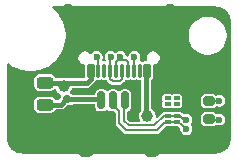
<source format=gtl>
%TF.GenerationSoftware,KiCad,Pcbnew,9.0.6*%
%TF.CreationDate,2026-01-06T07:35:49+09:00*%
%TF.ProjectId,muon,6d756f6e-2e6b-4696-9361-645f70636258,rev?*%
%TF.SameCoordinates,Original*%
%TF.FileFunction,Copper,L1,Top*%
%TF.FilePolarity,Positive*%
%FSLAX46Y46*%
G04 Gerber Fmt 4.6, Leading zero omitted, Abs format (unit mm)*
G04 Created by KiCad (PCBNEW 9.0.6) date 2026-01-06 07:35:49*
%MOMM*%
%LPD*%
G01*
G04 APERTURE LIST*
G04 Aperture macros list*
%AMRoundRect*
0 Rectangle with rounded corners*
0 $1 Rounding radius*
0 $2 $3 $4 $5 $6 $7 $8 $9 X,Y pos of 4 corners*
0 Add a 4 corners polygon primitive as box body*
4,1,4,$2,$3,$4,$5,$6,$7,$8,$9,$2,$3,0*
0 Add four circle primitives for the rounded corners*
1,1,$1+$1,$2,$3*
1,1,$1+$1,$4,$5*
1,1,$1+$1,$6,$7*
1,1,$1+$1,$8,$9*
0 Add four rect primitives between the rounded corners*
20,1,$1+$1,$2,$3,$4,$5,0*
20,1,$1+$1,$4,$5,$6,$7,0*
20,1,$1+$1,$6,$7,$8,$9,0*
20,1,$1+$1,$8,$9,$2,$3,0*%
G04 Aperture macros list end*
%TA.AperFunction,SMDPad,CuDef*%
%ADD10RoundRect,0.150000X-0.150000X-0.575000X0.150000X-0.575000X0.150000X0.575000X-0.150000X0.575000X0*%
%TD*%
%TA.AperFunction,SMDPad,CuDef*%
%ADD11RoundRect,0.250000X-0.350000X-0.650000X0.350000X-0.650000X0.350000X0.650000X-0.350000X0.650000X0*%
%TD*%
%TA.AperFunction,SMDPad,CuDef*%
%ADD12RoundRect,0.150000X0.200000X-0.150000X0.200000X0.150000X-0.200000X0.150000X-0.200000X-0.150000X0*%
%TD*%
%TA.AperFunction,SMDPad,CuDef*%
%ADD13RoundRect,0.200000X-0.275000X0.200000X-0.275000X-0.200000X0.275000X-0.200000X0.275000X0.200000X0*%
%TD*%
%TA.AperFunction,SMDPad,CuDef*%
%ADD14RoundRect,0.200000X0.275000X-0.200000X0.275000X0.200000X-0.275000X0.200000X-0.275000X-0.200000X0*%
%TD*%
%TA.AperFunction,SMDPad,CuDef*%
%ADD15RoundRect,0.243750X-0.456250X0.243750X-0.456250X-0.243750X0.456250X-0.243750X0.456250X0.243750X0*%
%TD*%
%TA.AperFunction,SMDPad,CuDef*%
%ADD16RoundRect,0.075000X0.200000X-0.075000X0.200000X0.075000X-0.200000X0.075000X-0.200000X-0.075000X0*%
%TD*%
%TA.AperFunction,SMDPad,CuDef*%
%ADD17RoundRect,0.050000X0.250000X0.525000X-0.250000X0.525000X-0.250000X-0.525000X0.250000X-0.525000X0*%
%TD*%
%TA.AperFunction,SMDPad,CuDef*%
%ADD18RoundRect,0.050000X0.100000X0.525000X-0.100000X0.525000X-0.100000X-0.525000X0.100000X-0.525000X0*%
%TD*%
%TA.AperFunction,ComponentPad*%
%ADD19O,1.000000X2.100000*%
%TD*%
%TA.AperFunction,ComponentPad*%
%ADD20O,1.000000X1.800000*%
%TD*%
%TA.AperFunction,ViaPad*%
%ADD21C,0.600000*%
%TD*%
%TA.AperFunction,ViaPad*%
%ADD22C,1.000000*%
%TD*%
%TA.AperFunction,Conductor*%
%ADD23C,0.200000*%
%TD*%
%TA.AperFunction,Conductor*%
%ADD24C,0.400000*%
%TD*%
G04 APERTURE END LIST*
D10*
%TO.P,J2,1,Pin_1*%
%TO.N,+5V*%
X72500000Y-58475000D03*
%TO.P,J2,2,Pin_2*%
%TO.N,D-*%
X73500000Y-58475000D03*
%TO.P,J2,3,Pin_3*%
%TO.N,D+*%
X74500000Y-58475000D03*
%TO.P,J2,4,Pin_4*%
%TO.N,GND*%
X75500000Y-58475000D03*
D11*
%TO.P,J2,MP,MountPin*%
X71200000Y-62300000D03*
X76800000Y-62300000D03*
%TD*%
D12*
%TO.P,D1,1,K*%
%TO.N,+5V*%
X69600000Y-58400000D03*
%TO.P,D1,2,A*%
%TO.N,GND*%
X69600000Y-59800000D03*
%TD*%
D13*
%TO.P,R2,2*%
%TO.N,GND*%
X81600000Y-61725000D03*
%TO.P,R2,1*%
%TO.N,CC1*%
X81600000Y-60075000D03*
%TD*%
D14*
%TO.P,R1,1*%
%TO.N,CC2*%
X81600000Y-58525000D03*
%TO.P,R1,2*%
%TO.N,GND*%
X81600000Y-56875000D03*
%TD*%
D15*
%TO.P,F1,1*%
%TO.N,VBUS*%
X67700000Y-56962500D03*
%TO.P,F1,2*%
%TO.N,+5V*%
X67700000Y-58837500D03*
%TD*%
D16*
%TO.P,U1,1,D1+*%
%TO.N,D-*%
X78885000Y-60300000D03*
%TO.P,U1,2,D1-*%
%TO.N,D+*%
X78885000Y-59800000D03*
%TO.P,U1,3,GND*%
%TO.N,GND*%
X78885000Y-59300000D03*
%TO.P,U1,4,D2+*%
%TO.N,unconnected-(U1-D2+-Pad4)*%
X78885000Y-58800000D03*
%TO.P,U1,5,D2-*%
%TO.N,unconnected-(U1-D2--Pad5)*%
X78885000Y-58300000D03*
%TO.P,U1,6,NC*%
%TO.N,unconnected-(U1-NC-Pad6)*%
X78115000Y-58300000D03*
%TO.P,U1,7,NC*%
%TO.N,unconnected-(U1-NC-Pad7)*%
X78115000Y-58800000D03*
%TO.P,U1,8,GND*%
%TO.N,GND*%
X78115000Y-59300000D03*
%TO.P,U1,9,NC*%
%TO.N,unconnected-(U1-NC-Pad9)*%
X78115000Y-59800000D03*
%TO.P,U1,10,NC*%
%TO.N,unconnected-(U1-NC-Pad10)*%
X78115000Y-60300000D03*
%TD*%
D17*
%TO.P,J1,A1,GND*%
%TO.N,GND*%
X77200000Y-55950000D03*
%TO.P,J1,A4,VBUS*%
%TO.N,VBUS*%
X76400000Y-55950000D03*
D18*
%TO.P,J1,A5,CC1*%
%TO.N,CC1*%
X75250000Y-55950000D03*
%TO.P,J1,A6,D+*%
%TO.N,D+*%
X74250000Y-55950000D03*
%TO.P,J1,A7,D-*%
%TO.N,D-*%
X73750000Y-55950000D03*
%TO.P,J1,A8,SBU1*%
%TO.N,unconnected-(J1-SBU1-PadA8)*%
X72750000Y-55950000D03*
D17*
%TO.P,J1,A9,VBUS*%
%TO.N,VBUS*%
X71600000Y-55950000D03*
%TO.P,J1,A12,GND*%
%TO.N,GND*%
X70800000Y-55950000D03*
D18*
%TO.P,J1,B5,CC2*%
%TO.N,CC2*%
X72250000Y-55950000D03*
%TO.P,J1,B6,D+*%
%TO.N,D+*%
X73250000Y-55950000D03*
%TO.P,J1,B7,D-*%
%TO.N,D-*%
X74750000Y-55950000D03*
%TO.P,J1,B8,SBU2*%
%TO.N,unconnected-(J1-SBU2-PadB8)*%
X75750000Y-55950000D03*
D19*
%TO.P,J1,S1,SHIELD*%
%TO.N,GND*%
X78320000Y-55380000D03*
D20*
X78320000Y-51200000D03*
D19*
X69680000Y-55380000D03*
D20*
X69680000Y-51200000D03*
%TD*%
D21*
%TO.N,GND*%
X73800000Y-62700000D03*
X68800000Y-59800000D03*
X70400000Y-59800000D03*
X80700000Y-58000000D03*
%TO.N,CC2*%
X82500000Y-58500000D03*
%TO.N,CC1*%
X82500000Y-60100000D03*
%TO.N,GND*%
X79600000Y-57500000D03*
X73700000Y-54100000D03*
X77000000Y-57500000D03*
%TO.N,D-*%
X79700000Y-60900000D03*
%TO.N,D+*%
X79700000Y-60100000D03*
%TO.N,GND*%
X73000000Y-57300000D03*
X70300000Y-57700000D03*
D22*
X75200000Y-59800000D03*
D21*
X77400000Y-59300000D03*
X79600000Y-59300000D03*
%TO.N,D-*%
X74100000Y-54800000D03*
%TO.N,CC2*%
X72100000Y-54800000D03*
D22*
%TO.N,VBUS*%
X69300000Y-57300000D03*
X76400000Y-59800000D03*
D21*
%TO.N,CC1*%
X75300000Y-54800000D03*
%TO.N,D+*%
X73300000Y-54800000D03*
%TD*%
D23*
%TO.N,CC2*%
X81600000Y-58525000D02*
X82475000Y-58525000D01*
X82475000Y-58525000D02*
X82500000Y-58500000D01*
%TO.N,CC1*%
X81625000Y-60100000D02*
X81600000Y-60075000D01*
X82500000Y-60100000D02*
X81625000Y-60100000D01*
D24*
%TO.N,VBUS*%
X76400000Y-59800000D02*
X76400000Y-59600000D01*
X76400000Y-59600000D02*
X76300000Y-59500000D01*
X76300000Y-56050000D02*
X76400000Y-55950000D01*
X76300000Y-59500000D02*
X76300000Y-56050000D01*
D23*
%TO.N,D-*%
X73500000Y-58475000D02*
X73500000Y-58900000D01*
X73500000Y-58900000D02*
X74000000Y-59400000D01*
X78885000Y-60300000D02*
X77900000Y-60300000D01*
X77900000Y-60300000D02*
X77200000Y-61000000D01*
X77200000Y-61000000D02*
X74600000Y-61000000D01*
X74600000Y-61000000D02*
X74000000Y-60400000D01*
X74000000Y-60400000D02*
X74000000Y-59400000D01*
%TO.N,D+*%
X78885000Y-59800000D02*
X77800000Y-59800000D01*
X77800000Y-59800000D02*
X77000000Y-60600000D01*
X77000000Y-60600000D02*
X74800000Y-60600000D01*
X74400000Y-58575000D02*
X74500000Y-58475000D01*
X74800000Y-60600000D02*
X74400000Y-60200000D01*
X74400000Y-60200000D02*
X74400000Y-58575000D01*
D24*
%TO.N,+5V*%
X67700000Y-58837500D02*
X69062500Y-58837500D01*
X69062500Y-58837500D02*
X69500000Y-58400000D01*
X72425000Y-58400000D02*
X72500000Y-58475000D01*
X69500000Y-58400000D02*
X72425000Y-58400000D01*
D23*
%TO.N,D-*%
X79600000Y-60900000D02*
X79700000Y-60900000D01*
X79300000Y-60600000D02*
X79600000Y-60900000D01*
X78885000Y-60300000D02*
X79000000Y-60300000D01*
X79000000Y-60300000D02*
X79300000Y-60600000D01*
%TO.N,D+*%
X78885000Y-59800000D02*
X79200000Y-59800000D01*
X79200000Y-59800000D02*
X79500000Y-60100000D01*
X79500000Y-60100000D02*
X79700000Y-60100000D01*
%TO.N,CC2*%
X72100000Y-54800000D02*
X72100000Y-54900000D01*
X72100000Y-54900000D02*
X72250000Y-55050000D01*
X72250000Y-55050000D02*
X72250000Y-55950000D01*
%TO.N,CC1*%
X75300000Y-54800000D02*
X75250000Y-54850000D01*
X75250000Y-54850000D02*
X75250000Y-55950000D01*
D24*
%TO.N,VBUS*%
X67700000Y-56962500D02*
X67737500Y-57000000D01*
X67737500Y-57000000D02*
X69000000Y-57000000D01*
X69000000Y-57000000D02*
X69300000Y-57300000D01*
X71600000Y-55950000D02*
X71600000Y-56700000D01*
X69600000Y-57000000D02*
X69300000Y-57300000D01*
X71600000Y-56700000D02*
X71300000Y-57000000D01*
X71300000Y-57000000D02*
X69600000Y-57000000D01*
D23*
%TO.N,GND*%
X77400000Y-59300000D02*
X78115000Y-59300000D01*
X78885000Y-59300000D02*
X79600000Y-59300000D01*
%TO.N,D-*%
X74100000Y-54800000D02*
X74100000Y-54900000D01*
X74100000Y-54900000D02*
X73950000Y-55050000D01*
X74750000Y-55950000D02*
X74750000Y-55250000D01*
X74550000Y-55050000D02*
X73950000Y-55050000D01*
X74750000Y-55250000D02*
X74550000Y-55050000D01*
X73950000Y-55050000D02*
X73750000Y-55250000D01*
X73750000Y-55250000D02*
X73750000Y-55950000D01*
%TO.N,D+*%
X73250000Y-55950000D02*
X73250000Y-56650000D01*
X73250000Y-56650000D02*
X73450000Y-56850000D01*
X73450000Y-56850000D02*
X74050000Y-56850000D01*
X74050000Y-56850000D02*
X74250000Y-56650000D01*
X74250000Y-56650000D02*
X74250000Y-55950000D01*
X73250000Y-54850000D02*
X73250000Y-55950000D01*
X73300000Y-54800000D02*
X73250000Y-54850000D01*
%TD*%
%TA.AperFunction,Conductor*%
%TO.N,GND*%
G36*
X75542610Y-56708773D02*
G01*
X75543248Y-56707233D01*
X75552255Y-56710962D01*
X75552260Y-56710966D01*
X75604684Y-56721394D01*
X75625315Y-56725498D01*
X75625320Y-56725498D01*
X75625326Y-56725500D01*
X75625327Y-56725500D01*
X75800500Y-56725500D01*
X75858691Y-56744407D01*
X75894655Y-56793907D01*
X75899500Y-56824500D01*
X75899500Y-59268836D01*
X75880593Y-59327027D01*
X75870504Y-59338840D01*
X75855889Y-59353454D01*
X75855885Y-59353458D01*
X75779228Y-59468182D01*
X75779222Y-59468193D01*
X75726420Y-59595670D01*
X75726420Y-59595672D01*
X75699500Y-59731004D01*
X75699500Y-59868995D01*
X75726420Y-60004327D01*
X75726420Y-60004329D01*
X75779222Y-60131806D01*
X75779229Y-60131819D01*
X75788369Y-60145497D01*
X75804979Y-60204385D01*
X75783803Y-60261789D01*
X75732930Y-60295783D01*
X75706055Y-60299500D01*
X74965479Y-60299500D01*
X74907288Y-60280593D01*
X74895475Y-60270504D01*
X74729496Y-60104525D01*
X74701719Y-60050008D01*
X74700500Y-60034521D01*
X74700500Y-59477252D01*
X74719407Y-59419061D01*
X74756020Y-59388311D01*
X74856483Y-59339198D01*
X74939198Y-59256483D01*
X74990573Y-59151393D01*
X75000500Y-59083260D01*
X75000500Y-57866740D01*
X74990573Y-57798607D01*
X74939198Y-57693517D01*
X74856483Y-57610802D01*
X74856481Y-57610801D01*
X74751395Y-57559427D01*
X74724139Y-57555456D01*
X74683260Y-57549500D01*
X74316740Y-57549500D01*
X74282673Y-57554463D01*
X74248604Y-57559427D01*
X74143518Y-57610801D01*
X74143517Y-57610801D01*
X74143517Y-57610802D01*
X74070001Y-57684317D01*
X74015487Y-57712093D01*
X73955055Y-57702522D01*
X73929999Y-57684318D01*
X73856483Y-57610802D01*
X73856481Y-57610801D01*
X73751395Y-57559427D01*
X73724139Y-57555456D01*
X73683260Y-57549500D01*
X73316740Y-57549500D01*
X73282673Y-57554463D01*
X73248604Y-57559427D01*
X73143518Y-57610801D01*
X73143517Y-57610801D01*
X73143517Y-57610802D01*
X73070001Y-57684317D01*
X73015487Y-57712093D01*
X72955055Y-57702522D01*
X72929999Y-57684318D01*
X72856483Y-57610802D01*
X72856481Y-57610801D01*
X72751395Y-57559427D01*
X72724139Y-57555456D01*
X72683260Y-57549500D01*
X72316740Y-57549500D01*
X72282673Y-57554463D01*
X72248604Y-57559427D01*
X72143518Y-57610801D01*
X72060801Y-57693518D01*
X72009427Y-57798604D01*
X71999500Y-57866743D01*
X71999500Y-57900500D01*
X71980593Y-57958691D01*
X71931093Y-57994655D01*
X71900500Y-57999500D01*
X70086188Y-57999500D01*
X70039919Y-57988022D01*
X70026731Y-57981050D01*
X70006483Y-57960802D01*
X69901393Y-57909427D01*
X69887390Y-57907386D01*
X69872292Y-57899405D01*
X69862297Y-57889105D01*
X69849428Y-57882747D01*
X69841522Y-57867694D01*
X69829684Y-57855494D01*
X69827652Y-57841284D01*
X69820979Y-57828578D01*
X69823430Y-57811755D01*
X69821024Y-57794924D01*
X69827732Y-57782234D01*
X69829802Y-57768032D01*
X69842027Y-57749085D01*
X69844108Y-57746547D01*
X69844114Y-57746542D01*
X69920775Y-57631811D01*
X69973580Y-57504328D01*
X69978382Y-57480185D01*
X70008279Y-57426802D01*
X70063844Y-57401186D01*
X70075480Y-57400500D01*
X71352725Y-57400500D01*
X71352727Y-57400500D01*
X71454588Y-57373207D01*
X71454590Y-57373205D01*
X71454592Y-57373205D01*
X71545908Y-57320483D01*
X71545908Y-57320482D01*
X71545913Y-57320480D01*
X71920480Y-56945913D01*
X71973207Y-56854588D01*
X71989744Y-56792867D01*
X72023066Y-56741555D01*
X72080187Y-56719628D01*
X72104683Y-56721393D01*
X72125326Y-56725500D01*
X72125327Y-56725500D01*
X72374673Y-56725500D01*
X72374674Y-56725500D01*
X72447740Y-56710966D01*
X72447746Y-56710961D01*
X72456752Y-56707233D01*
X72457586Y-56709248D01*
X72503880Y-56696189D01*
X72542610Y-56708773D01*
X72543248Y-56707233D01*
X72552255Y-56710962D01*
X72552260Y-56710966D01*
X72604684Y-56721394D01*
X72625315Y-56725498D01*
X72625320Y-56725498D01*
X72625326Y-56725500D01*
X72625327Y-56725500D01*
X72874671Y-56725500D01*
X72874674Y-56725500D01*
X72874676Y-56725499D01*
X72879211Y-56725053D01*
X72938974Y-56738168D01*
X72974649Y-56774078D01*
X72985498Y-56792870D01*
X72994183Y-56807912D01*
X73009540Y-56834511D01*
X73265489Y-57090460D01*
X73265491Y-57090461D01*
X73265493Y-57090463D01*
X73334008Y-57130020D01*
X73334006Y-57130020D01*
X73334010Y-57130021D01*
X73334012Y-57130022D01*
X73410438Y-57150500D01*
X73410440Y-57150500D01*
X74089563Y-57150500D01*
X74089563Y-57150499D01*
X74165989Y-57130021D01*
X74234511Y-57090460D01*
X74262485Y-57062485D01*
X74290461Y-57034511D01*
X74390460Y-56934511D01*
X74490460Y-56834511D01*
X74525352Y-56774075D01*
X74570821Y-56733136D01*
X74620789Y-56725053D01*
X74625323Y-56725499D01*
X74625326Y-56725500D01*
X74625329Y-56725500D01*
X74874673Y-56725500D01*
X74874674Y-56725500D01*
X74947740Y-56710966D01*
X74947746Y-56710961D01*
X74956752Y-56707233D01*
X74957586Y-56709248D01*
X75003880Y-56696189D01*
X75042610Y-56708773D01*
X75043248Y-56707233D01*
X75052255Y-56710962D01*
X75052260Y-56710966D01*
X75104684Y-56721394D01*
X75125315Y-56725498D01*
X75125320Y-56725498D01*
X75125326Y-56725500D01*
X75125327Y-56725500D01*
X75374673Y-56725500D01*
X75374674Y-56725500D01*
X75447740Y-56710966D01*
X75447746Y-56710961D01*
X75456752Y-56707233D01*
X75457586Y-56709248D01*
X75503880Y-56696189D01*
X75542610Y-56708773D01*
G37*
%TD.AperFunction*%
%TA.AperFunction,Conductor*%
G36*
X81636372Y-50500501D02*
G01*
X81884683Y-50501826D01*
X81887835Y-50501894D01*
X82115501Y-50510486D01*
X82121904Y-50510938D01*
X82327479Y-50532216D01*
X82337043Y-50533682D01*
X82531087Y-50573216D01*
X82540439Y-50575602D01*
X82634314Y-50604520D01*
X82642521Y-50607451D01*
X82754935Y-50653259D01*
X82762860Y-50656903D01*
X82839535Y-50696343D01*
X82846651Y-50700384D01*
X82892824Y-50729195D01*
X82932686Y-50754069D01*
X82938407Y-50757922D01*
X82979019Y-50787382D01*
X82984100Y-50791327D01*
X83053215Y-50848697D01*
X83058974Y-50853871D01*
X83123141Y-50916249D01*
X83128488Y-50921872D01*
X83184859Y-50986016D01*
X83189763Y-50992060D01*
X83243284Y-51063593D01*
X83247621Y-51069881D01*
X83285976Y-51130360D01*
X83291289Y-51139855D01*
X83368960Y-51298527D01*
X83374175Y-51311395D01*
X83415705Y-51438910D01*
X83430194Y-51483399D01*
X83431327Y-51486876D01*
X83434002Y-51496815D01*
X83456329Y-51601138D01*
X83457836Y-51610234D01*
X83487842Y-51864045D01*
X83488482Y-51872683D01*
X83499259Y-52230002D01*
X83499304Y-52232838D01*
X83499500Y-52362780D01*
X83499500Y-61135843D01*
X83499499Y-61136372D01*
X83498172Y-61384657D01*
X83498103Y-61387861D01*
X83489514Y-61615472D01*
X83489058Y-61621932D01*
X83467782Y-61827476D01*
X83466315Y-61837047D01*
X83426786Y-62031071D01*
X83424391Y-62040453D01*
X83395479Y-62134306D01*
X83392548Y-62142518D01*
X83346739Y-62254937D01*
X83343094Y-62262863D01*
X83303656Y-62339533D01*
X83299610Y-62346658D01*
X83245929Y-62432686D01*
X83242075Y-62438408D01*
X83212620Y-62479013D01*
X83208660Y-62484114D01*
X83151301Y-62553215D01*
X83146112Y-62558990D01*
X83083760Y-62623131D01*
X83078126Y-62628488D01*
X83013984Y-62684857D01*
X83007939Y-62689762D01*
X82936392Y-62743292D01*
X82930106Y-62747627D01*
X82869651Y-62785968D01*
X82860156Y-62791282D01*
X82701472Y-62868960D01*
X82688603Y-62874175D01*
X82513120Y-62931328D01*
X82503180Y-62934003D01*
X82398860Y-62956329D01*
X82389765Y-62957836D01*
X82135953Y-62987842D01*
X82127315Y-62988482D01*
X81769995Y-62999259D01*
X81767159Y-62999304D01*
X81637219Y-62999500D01*
X66364157Y-62999500D01*
X66363628Y-62999499D01*
X66115341Y-62998172D01*
X66112137Y-62998103D01*
X65884526Y-62989514D01*
X65878066Y-62989058D01*
X65672522Y-62967782D01*
X65662951Y-62966315D01*
X65468927Y-62926786D01*
X65459545Y-62924391D01*
X65365692Y-62895479D01*
X65357480Y-62892548D01*
X65245061Y-62846739D01*
X65237135Y-62843094D01*
X65160465Y-62803656D01*
X65153340Y-62799610D01*
X65067312Y-62745929D01*
X65061590Y-62742075D01*
X65028663Y-62718190D01*
X65020981Y-62712617D01*
X65015884Y-62708660D01*
X64993117Y-62689762D01*
X64946782Y-62651300D01*
X64941023Y-62646125D01*
X64876856Y-62583749D01*
X64871510Y-62578126D01*
X64815141Y-62513984D01*
X64810236Y-62507939D01*
X64756706Y-62436392D01*
X64752371Y-62430106D01*
X64714030Y-62369651D01*
X64708716Y-62360156D01*
X64682996Y-62307614D01*
X64631035Y-62201466D01*
X64625826Y-62188610D01*
X64568666Y-62013105D01*
X64565998Y-62003191D01*
X64543669Y-61898860D01*
X64542162Y-61889765D01*
X64524299Y-61738664D01*
X64512155Y-61635946D01*
X64511516Y-61627315D01*
X64511354Y-61621932D01*
X64500738Y-61269932D01*
X64500694Y-61267219D01*
X64500500Y-61137218D01*
X64500500Y-56665226D01*
X66799500Y-56665226D01*
X66799500Y-57259773D01*
X66802313Y-57289768D01*
X66802315Y-57289777D01*
X66846543Y-57416175D01*
X66846544Y-57416176D01*
X66846545Y-57416179D01*
X66926070Y-57523930D01*
X67033821Y-57603455D01*
X67160226Y-57647686D01*
X67190226Y-57650499D01*
X67190230Y-57650500D01*
X67190236Y-57650500D01*
X68209770Y-57650500D01*
X68209772Y-57650499D01*
X68239774Y-57647686D01*
X68366179Y-57603455D01*
X68473930Y-57523930D01*
X68473935Y-57523922D01*
X68479175Y-57518684D01*
X68480489Y-57519998D01*
X68522501Y-57489947D01*
X68583684Y-57490397D01*
X68632918Y-57526725D01*
X68643863Y-57546439D01*
X68679222Y-57631806D01*
X68679228Y-57631817D01*
X68755885Y-57746541D01*
X68853458Y-57844114D01*
X68968182Y-57920771D01*
X68968193Y-57920777D01*
X69039367Y-57950258D01*
X69085893Y-57989994D01*
X69100177Y-58049489D01*
X69090423Y-58085202D01*
X69059427Y-58148604D01*
X69054463Y-58182673D01*
X69051984Y-58199696D01*
X69049500Y-58216743D01*
X69049500Y-58243099D01*
X69047031Y-58250696D01*
X69048281Y-58258586D01*
X69037756Y-58279241D01*
X69030593Y-58301290D01*
X69020504Y-58313103D01*
X68925603Y-58408004D01*
X68871086Y-58435781D01*
X68855599Y-58437000D01*
X68641214Y-58437000D01*
X68583023Y-58418093D01*
X68558241Y-58389510D01*
X68557861Y-58389791D01*
X68554291Y-58384955D01*
X68553684Y-58384254D01*
X68553456Y-58383822D01*
X68496620Y-58306814D01*
X68473930Y-58276070D01*
X68366179Y-58196545D01*
X68366176Y-58196544D01*
X68366175Y-58196543D01*
X68239777Y-58152315D01*
X68239776Y-58152314D01*
X68239774Y-58152314D01*
X68239771Y-58152313D01*
X68239768Y-58152313D01*
X68209773Y-58149500D01*
X68209764Y-58149500D01*
X67190236Y-58149500D01*
X67190226Y-58149500D01*
X67160231Y-58152313D01*
X67160222Y-58152315D01*
X67033824Y-58196543D01*
X67033821Y-58196544D01*
X67033821Y-58196545D01*
X67032026Y-58197870D01*
X66926071Y-58276069D01*
X66926069Y-58276071D01*
X66846543Y-58383824D01*
X66802315Y-58510222D01*
X66802313Y-58510231D01*
X66799500Y-58540226D01*
X66799500Y-59134773D01*
X66802313Y-59164768D01*
X66802315Y-59164777D01*
X66846543Y-59291175D01*
X66846544Y-59291176D01*
X66846545Y-59291179D01*
X66926070Y-59398930D01*
X67033821Y-59478455D01*
X67160226Y-59522686D01*
X67190226Y-59525499D01*
X67190230Y-59525500D01*
X67190236Y-59525500D01*
X68209770Y-59525500D01*
X68209772Y-59525499D01*
X68239774Y-59522686D01*
X68366179Y-59478455D01*
X68473930Y-59398930D01*
X68553455Y-59291179D01*
X68553456Y-59291177D01*
X68553684Y-59290746D01*
X68554002Y-59290436D01*
X68557861Y-59285209D01*
X68558728Y-59285849D01*
X68597588Y-59248131D01*
X68641214Y-59238000D01*
X69115225Y-59238000D01*
X69115227Y-59238000D01*
X69217088Y-59210707D01*
X69217090Y-59210705D01*
X69217092Y-59210705D01*
X69308408Y-59157983D01*
X69308408Y-59157982D01*
X69308413Y-59157980D01*
X69465893Y-59000500D01*
X69536898Y-58929496D01*
X69591414Y-58901719D01*
X69606901Y-58900500D01*
X69833257Y-58900500D01*
X69833260Y-58900500D01*
X69901393Y-58890573D01*
X70006483Y-58839198D01*
X70016186Y-58829494D01*
X70070701Y-58801719D01*
X70086188Y-58800500D01*
X71900500Y-58800500D01*
X71958691Y-58819407D01*
X71994655Y-58868907D01*
X71999500Y-58899500D01*
X71999500Y-59083260D01*
X72004082Y-59114710D01*
X72009427Y-59151395D01*
X72051721Y-59237907D01*
X72060802Y-59256483D01*
X72143517Y-59339198D01*
X72172687Y-59353458D01*
X72248604Y-59390572D01*
X72248605Y-59390572D01*
X72248607Y-59390573D01*
X72316740Y-59400500D01*
X72316743Y-59400500D01*
X72683257Y-59400500D01*
X72683260Y-59400500D01*
X72751393Y-59390573D01*
X72856483Y-59339198D01*
X72929998Y-59265682D01*
X72984513Y-59237907D01*
X73044945Y-59247478D01*
X73070000Y-59265681D01*
X73143517Y-59339198D01*
X73172687Y-59353458D01*
X73248604Y-59390572D01*
X73248605Y-59390572D01*
X73248607Y-59390573D01*
X73316740Y-59400500D01*
X73534521Y-59400500D01*
X73542118Y-59402968D01*
X73550008Y-59401719D01*
X73570663Y-59412243D01*
X73592712Y-59419407D01*
X73604525Y-59429496D01*
X73670504Y-59495475D01*
X73698281Y-59549992D01*
X73699500Y-59565479D01*
X73699500Y-60439564D01*
X73719978Y-60515988D01*
X73719979Y-60515989D01*
X73756948Y-60580021D01*
X73759540Y-60584511D01*
X74359540Y-61184511D01*
X74359539Y-61184511D01*
X74415489Y-61240460D01*
X74484007Y-61280019D01*
X74484011Y-61280021D01*
X74560435Y-61300499D01*
X74560437Y-61300500D01*
X74560438Y-61300500D01*
X77239563Y-61300500D01*
X77239563Y-61300499D01*
X77315989Y-61280021D01*
X77384511Y-61240460D01*
X77440460Y-61184511D01*
X77945475Y-60679494D01*
X77999992Y-60651718D01*
X78015479Y-60650499D01*
X78342130Y-60650499D01*
X78342132Y-60650499D01*
X78422495Y-60634515D01*
X78444999Y-60619478D01*
X78503884Y-60602869D01*
X78555000Y-60619477D01*
X78577505Y-60634515D01*
X78657867Y-60650500D01*
X78884520Y-60650499D01*
X78942710Y-60669406D01*
X78954524Y-60679495D01*
X79170504Y-60895475D01*
X79198281Y-60949992D01*
X79199500Y-60965479D01*
X79199500Y-60965892D01*
X79227928Y-61071989D01*
X79233609Y-61093190D01*
X79299496Y-61207309D01*
X79299498Y-61207311D01*
X79299500Y-61207314D01*
X79392686Y-61300500D01*
X79392688Y-61300501D01*
X79392690Y-61300503D01*
X79506810Y-61366390D01*
X79506808Y-61366390D01*
X79506812Y-61366391D01*
X79506814Y-61366392D01*
X79634108Y-61400500D01*
X79634110Y-61400500D01*
X79765890Y-61400500D01*
X79765892Y-61400500D01*
X79893186Y-61366392D01*
X79893188Y-61366390D01*
X79893190Y-61366390D01*
X80007309Y-61300503D01*
X80007309Y-61300502D01*
X80007314Y-61300500D01*
X80100500Y-61207314D01*
X80102764Y-61203392D01*
X80166390Y-61093190D01*
X80166390Y-61093188D01*
X80166392Y-61093186D01*
X80200500Y-60965892D01*
X80200500Y-60834108D01*
X80166392Y-60706814D01*
X80166390Y-60706811D01*
X80166390Y-60706809D01*
X80100503Y-60592690D01*
X80100501Y-60592688D01*
X80100500Y-60592686D01*
X80077815Y-60570001D01*
X80050040Y-60515487D01*
X80059611Y-60455055D01*
X80077814Y-60429999D01*
X80100500Y-60407314D01*
X80166392Y-60293186D01*
X80200500Y-60165892D01*
X80200500Y-60034108D01*
X80166392Y-59906814D01*
X80129824Y-59843477D01*
X80924500Y-59843477D01*
X80924500Y-60306520D01*
X80924501Y-60306523D01*
X80939352Y-60400299D01*
X80939354Y-60400304D01*
X80996950Y-60513342D01*
X81086658Y-60603050D01*
X81199696Y-60660646D01*
X81293481Y-60675500D01*
X81906518Y-60675499D01*
X81906520Y-60675499D01*
X81906521Y-60675498D01*
X81953411Y-60668072D01*
X82000299Y-60660647D01*
X82000299Y-60660646D01*
X82000304Y-60660646D01*
X82113342Y-60603050D01*
X82153683Y-60562708D01*
X82208197Y-60534932D01*
X82268629Y-60544503D01*
X82273185Y-60546977D01*
X82306810Y-60566390D01*
X82306808Y-60566390D01*
X82306812Y-60566391D01*
X82306814Y-60566392D01*
X82434108Y-60600500D01*
X82434110Y-60600500D01*
X82565890Y-60600500D01*
X82565892Y-60600500D01*
X82693186Y-60566392D01*
X82693188Y-60566390D01*
X82693190Y-60566390D01*
X82807309Y-60500503D01*
X82807309Y-60500502D01*
X82807314Y-60500500D01*
X82900500Y-60407314D01*
X82966392Y-60293186D01*
X83000500Y-60165892D01*
X83000500Y-60034108D01*
X82966392Y-59906814D01*
X82966390Y-59906811D01*
X82966390Y-59906809D01*
X82900503Y-59792690D01*
X82900501Y-59792688D01*
X82900500Y-59792686D01*
X82807314Y-59699500D01*
X82807311Y-59699498D01*
X82807309Y-59699496D01*
X82693189Y-59633609D01*
X82693191Y-59633609D01*
X82643799Y-59620375D01*
X82565892Y-59599500D01*
X82434108Y-59599500D01*
X82356200Y-59620375D01*
X82306809Y-59633609D01*
X82306808Y-59633610D01*
X82304876Y-59634726D01*
X82303313Y-59635057D01*
X82300817Y-59636092D01*
X82300625Y-59635629D01*
X82245026Y-59647442D01*
X82189133Y-59622550D01*
X82185399Y-59619007D01*
X82113342Y-59546950D01*
X82000304Y-59489354D01*
X82000305Y-59489354D01*
X81906522Y-59474500D01*
X81293479Y-59474500D01*
X81293476Y-59474501D01*
X81199700Y-59489352D01*
X81199695Y-59489354D01*
X81086659Y-59546949D01*
X80996949Y-59636659D01*
X80939354Y-59749695D01*
X80924500Y-59843477D01*
X80129824Y-59843477D01*
X80100500Y-59792686D01*
X80007314Y-59699500D01*
X80007311Y-59699498D01*
X80007309Y-59699496D01*
X79893189Y-59633609D01*
X79893191Y-59633609D01*
X79843799Y-59620375D01*
X79765892Y-59599500D01*
X79634108Y-59599500D01*
X79523982Y-59629008D01*
X79507525Y-59628145D01*
X79491538Y-59632146D01*
X79479524Y-59626677D01*
X79462880Y-59625805D01*
X79434788Y-59609274D01*
X79431443Y-59606472D01*
X79384511Y-59559540D01*
X79362704Y-59546950D01*
X79325550Y-59525499D01*
X79315988Y-59519978D01*
X79315986Y-59519977D01*
X79261760Y-59505447D01*
X79232383Y-59492137D01*
X79192497Y-59465486D01*
X79192496Y-59465485D01*
X79192495Y-59465485D01*
X79112133Y-59449500D01*
X79112132Y-59449500D01*
X78657870Y-59449500D01*
X78657863Y-59449501D01*
X78577505Y-59465484D01*
X78577503Y-59465485D01*
X78555002Y-59480521D01*
X78541741Y-59484261D01*
X78530593Y-59492361D01*
X78513023Y-59492361D01*
X78496114Y-59497130D01*
X78483187Y-59492361D01*
X78469407Y-59492361D01*
X78444998Y-59480521D01*
X78422497Y-59465486D01*
X78422496Y-59465485D01*
X78422495Y-59465485D01*
X78342133Y-59449500D01*
X78342132Y-59449500D01*
X77887870Y-59449500D01*
X77887863Y-59449501D01*
X77807506Y-59465484D01*
X77767615Y-59492138D01*
X77750307Y-59501365D01*
X77744402Y-59503795D01*
X77684011Y-59519979D01*
X77637296Y-59546950D01*
X77631587Y-59550245D01*
X77631587Y-59550246D01*
X77615489Y-59559539D01*
X77269503Y-59905524D01*
X77214987Y-59933301D01*
X77154555Y-59923730D01*
X77111290Y-59880465D01*
X77100500Y-59835520D01*
X77100500Y-59731008D01*
X77100499Y-59731004D01*
X77073580Y-59595672D01*
X77044514Y-59525500D01*
X77020777Y-59468193D01*
X77020771Y-59468182D01*
X76944114Y-59353458D01*
X76846545Y-59255889D01*
X76846542Y-59255886D01*
X76744498Y-59187702D01*
X76706619Y-59139652D01*
X76700500Y-59105387D01*
X76700500Y-58197867D01*
X77639500Y-58197867D01*
X77639500Y-58402129D01*
X77639501Y-58402137D01*
X77655484Y-58482494D01*
X77655486Y-58482498D01*
X77663840Y-58495001D01*
X77680447Y-58553889D01*
X77663840Y-58604999D01*
X77655485Y-58617503D01*
X77655484Y-58617504D01*
X77639500Y-58697864D01*
X77639500Y-58902129D01*
X77639501Y-58902137D01*
X77655484Y-58982494D01*
X77655485Y-58982496D01*
X77716373Y-59073620D01*
X77716376Y-59073624D01*
X77807505Y-59134515D01*
X77887867Y-59150500D01*
X78342132Y-59150499D01*
X78422495Y-59134515D01*
X78444998Y-59119478D01*
X78458257Y-59115738D01*
X78469407Y-59107638D01*
X78486976Y-59107638D01*
X78503884Y-59102869D01*
X78518561Y-59107638D01*
X78530593Y-59107638D01*
X78540327Y-59114710D01*
X78555001Y-59119478D01*
X78577505Y-59134515D01*
X78657867Y-59150500D01*
X79112132Y-59150499D01*
X79192495Y-59134515D01*
X79283624Y-59073624D01*
X79344515Y-58982495D01*
X79360500Y-58902133D01*
X79360499Y-58697868D01*
X79344515Y-58617505D01*
X79336159Y-58604999D01*
X79319551Y-58546114D01*
X79336159Y-58494999D01*
X79344515Y-58482495D01*
X79360500Y-58402133D01*
X79360499Y-58293477D01*
X80924500Y-58293477D01*
X80924500Y-58756520D01*
X80924501Y-58756523D01*
X80939352Y-58850299D01*
X80939354Y-58850304D01*
X80996950Y-58963342D01*
X81086658Y-59053050D01*
X81199696Y-59110646D01*
X81293481Y-59125500D01*
X81906518Y-59125499D01*
X81906520Y-59125499D01*
X81906521Y-59125498D01*
X81974643Y-59114710D01*
X82000299Y-59110647D01*
X82000299Y-59110646D01*
X82000304Y-59110646D01*
X82113342Y-59053050D01*
X82185382Y-58981009D01*
X82239896Y-58953233D01*
X82300328Y-58962804D01*
X82304884Y-58965278D01*
X82306814Y-58966392D01*
X82434108Y-59000500D01*
X82434110Y-59000500D01*
X82565890Y-59000500D01*
X82565892Y-59000500D01*
X82693186Y-58966392D01*
X82693188Y-58966390D01*
X82693190Y-58966390D01*
X82807309Y-58900503D01*
X82807309Y-58900502D01*
X82807314Y-58900500D01*
X82900500Y-58807314D01*
X82963689Y-58697868D01*
X82966390Y-58693190D01*
X82966390Y-58693188D01*
X82966392Y-58693186D01*
X83000500Y-58565892D01*
X83000500Y-58434108D01*
X82966392Y-58306814D01*
X82966390Y-58306811D01*
X82966390Y-58306809D01*
X82900503Y-58192690D01*
X82900501Y-58192688D01*
X82900500Y-58192686D01*
X82807314Y-58099500D01*
X82807311Y-58099498D01*
X82807309Y-58099496D01*
X82693189Y-58033609D01*
X82693191Y-58033609D01*
X82643799Y-58020375D01*
X82565892Y-57999500D01*
X82434108Y-57999500D01*
X82349245Y-58022238D01*
X82306813Y-58033608D01*
X82273183Y-58053024D01*
X82213334Y-58065743D01*
X82157439Y-58040856D01*
X82153700Y-58037308D01*
X82113342Y-57996950D01*
X82000304Y-57939354D01*
X82000305Y-57939354D01*
X81906522Y-57924500D01*
X81293479Y-57924500D01*
X81293476Y-57924501D01*
X81199700Y-57939352D01*
X81199695Y-57939354D01*
X81086659Y-57996949D01*
X80996949Y-58086659D01*
X80939354Y-58199695D01*
X80924500Y-58293477D01*
X79360499Y-58293477D01*
X79360499Y-58197868D01*
X79360235Y-58196543D01*
X79344515Y-58117505D01*
X79344514Y-58117503D01*
X79283626Y-58026379D01*
X79283624Y-58026376D01*
X79283620Y-58026373D01*
X79192497Y-57965486D01*
X79192496Y-57965485D01*
X79192495Y-57965485D01*
X79112133Y-57949500D01*
X79112132Y-57949500D01*
X78657870Y-57949500D01*
X78657863Y-57949501D01*
X78577505Y-57965484D01*
X78577501Y-57965486D01*
X78555000Y-57980521D01*
X78496112Y-57997129D01*
X78445000Y-57980521D01*
X78422500Y-57965487D01*
X78422496Y-57965486D01*
X78422495Y-57965485D01*
X78342133Y-57949500D01*
X78342132Y-57949500D01*
X77887870Y-57949500D01*
X77887863Y-57949501D01*
X77807505Y-57965484D01*
X77807503Y-57965485D01*
X77716379Y-58026373D01*
X77716373Y-58026379D01*
X77655486Y-58117501D01*
X77655486Y-58117503D01*
X77655485Y-58117505D01*
X77648561Y-58152314D01*
X77639500Y-58197867D01*
X76700500Y-58197867D01*
X76700500Y-56795447D01*
X76719407Y-56737256D01*
X76744500Y-56713131D01*
X76830597Y-56655604D01*
X76830597Y-56655603D01*
X76830601Y-56655601D01*
X76885966Y-56572740D01*
X76900500Y-56499674D01*
X76900500Y-55523071D01*
X76919407Y-55464880D01*
X76968907Y-55428916D01*
X76973848Y-55427452D01*
X77102485Y-55392984D01*
X77102487Y-55392982D01*
X77102489Y-55392982D01*
X77228010Y-55320512D01*
X77228010Y-55320511D01*
X77228015Y-55320509D01*
X77330509Y-55218015D01*
X77338710Y-55203811D01*
X77402982Y-55092489D01*
X77402982Y-55092487D01*
X77402984Y-55092485D01*
X77440500Y-54952475D01*
X77440500Y-54807525D01*
X77402984Y-54667515D01*
X77402982Y-54667512D01*
X77402982Y-54667510D01*
X77330512Y-54541989D01*
X77330510Y-54541987D01*
X77330509Y-54541985D01*
X77228015Y-54439491D01*
X77228012Y-54439489D01*
X77228010Y-54439487D01*
X77102488Y-54367017D01*
X77102489Y-54367017D01*
X77072896Y-54359087D01*
X76962475Y-54329500D01*
X76817525Y-54329500D01*
X76755790Y-54346041D01*
X76677510Y-54367017D01*
X76551989Y-54439487D01*
X76449487Y-54541989D01*
X76377017Y-54667510D01*
X76348219Y-54774986D01*
X76339500Y-54807525D01*
X76339500Y-54952475D01*
X76351627Y-54997733D01*
X76365599Y-55049877D01*
X76362396Y-55110978D01*
X76323891Y-55158528D01*
X76269972Y-55174500D01*
X76125326Y-55174500D01*
X76125325Y-55174500D01*
X76125315Y-55174501D01*
X76052263Y-55189033D01*
X76052261Y-55189033D01*
X76052260Y-55189034D01*
X76052259Y-55189034D01*
X76043251Y-55192766D01*
X76042416Y-55190751D01*
X75996112Y-55203811D01*
X75982824Y-55202386D01*
X75962316Y-55198773D01*
X75947740Y-55189034D01*
X75874674Y-55174500D01*
X75824528Y-55174500D01*
X75816008Y-55172999D01*
X75796261Y-55162503D01*
X75774993Y-55155593D01*
X75769791Y-55148434D01*
X75761980Y-55144282D01*
X75752175Y-55124187D01*
X75739029Y-55106093D01*
X75739029Y-55097243D01*
X75735150Y-55089294D01*
X75739029Y-55067274D01*
X75739029Y-55044907D01*
X75745548Y-55030264D01*
X75745765Y-55029036D01*
X75746345Y-55028475D01*
X75747447Y-55026001D01*
X75766390Y-54993189D01*
X75766389Y-54993189D01*
X75766392Y-54993186D01*
X75800500Y-54865892D01*
X75800500Y-54734108D01*
X75766392Y-54606814D01*
X75766390Y-54606810D01*
X75766390Y-54606809D01*
X75700503Y-54492690D01*
X75700501Y-54492688D01*
X75700500Y-54492686D01*
X75607314Y-54399500D01*
X75607311Y-54399498D01*
X75607309Y-54399496D01*
X75493189Y-54333609D01*
X75493191Y-54333609D01*
X75443799Y-54320375D01*
X75365892Y-54299500D01*
X75234108Y-54299500D01*
X75156200Y-54320375D01*
X75106809Y-54333609D01*
X74992690Y-54399496D01*
X74899496Y-54492690D01*
X74833609Y-54606809D01*
X74833608Y-54606814D01*
X74809005Y-54698637D01*
X74806682Y-54707305D01*
X74773358Y-54758619D01*
X74716236Y-54780546D01*
X74677958Y-54774986D01*
X74669408Y-54771953D01*
X74665989Y-54769979D01*
X74657213Y-54767627D01*
X74653525Y-54766319D01*
X74632215Y-54749948D01*
X74609684Y-54735317D01*
X74607443Y-54730919D01*
X74605003Y-54729045D01*
X74602950Y-54722100D01*
X74590996Y-54698639D01*
X74566392Y-54606814D01*
X74539994Y-54561091D01*
X74500503Y-54492690D01*
X74500501Y-54492688D01*
X74500500Y-54492686D01*
X74407314Y-54399500D01*
X74407311Y-54399498D01*
X74407309Y-54399496D01*
X74293189Y-54333609D01*
X74293191Y-54333609D01*
X74243799Y-54320375D01*
X74165892Y-54299500D01*
X74034108Y-54299500D01*
X73956200Y-54320375D01*
X73906809Y-54333609D01*
X73792690Y-54399496D01*
X73792684Y-54399501D01*
X73770002Y-54422183D01*
X73715485Y-54449959D01*
X73655053Y-54440387D01*
X73629998Y-54422183D01*
X73607315Y-54399501D01*
X73607309Y-54399496D01*
X73493189Y-54333609D01*
X73493191Y-54333609D01*
X73443799Y-54320375D01*
X73365892Y-54299500D01*
X73234108Y-54299500D01*
X73156200Y-54320375D01*
X73106809Y-54333609D01*
X72992690Y-54399496D01*
X72899496Y-54492690D01*
X72833609Y-54606809D01*
X72833608Y-54606814D01*
X72799500Y-54734108D01*
X72799500Y-54865892D01*
X72822700Y-54952475D01*
X72833609Y-54993189D01*
X72852553Y-55026001D01*
X72854752Y-55036347D01*
X72860971Y-55044907D01*
X72860971Y-55065604D01*
X72865274Y-55085849D01*
X72860971Y-55095513D01*
X72860971Y-55106093D01*
X72848804Y-55122838D01*
X72840387Y-55141744D01*
X72831226Y-55147033D01*
X72825007Y-55155593D01*
X72805322Y-55161988D01*
X72787399Y-55172337D01*
X72766816Y-55174500D01*
X72649500Y-55174500D01*
X72591309Y-55155593D01*
X72555345Y-55106093D01*
X72550500Y-55075500D01*
X72550500Y-55047238D01*
X72563765Y-54997735D01*
X72566392Y-54993186D01*
X72600500Y-54865892D01*
X72600500Y-54734108D01*
X72566392Y-54606814D01*
X72566390Y-54606810D01*
X72566390Y-54606809D01*
X72500503Y-54492690D01*
X72500501Y-54492688D01*
X72500500Y-54492686D01*
X72407314Y-54399500D01*
X72407311Y-54399498D01*
X72407309Y-54399496D01*
X72293189Y-54333609D01*
X72293191Y-54333609D01*
X72243799Y-54320375D01*
X72165892Y-54299500D01*
X72034108Y-54299500D01*
X71956200Y-54320375D01*
X71906809Y-54333609D01*
X71792690Y-54399496D01*
X71699496Y-54492690D01*
X71691427Y-54506666D01*
X71645956Y-54547605D01*
X71585105Y-54553998D01*
X71535691Y-54527167D01*
X71448015Y-54439491D01*
X71448012Y-54439489D01*
X71448010Y-54439487D01*
X71322488Y-54367017D01*
X71322489Y-54367017D01*
X71292896Y-54359087D01*
X71182475Y-54329500D01*
X71037525Y-54329500D01*
X70975790Y-54346041D01*
X70897510Y-54367017D01*
X70771989Y-54439487D01*
X70669487Y-54541989D01*
X70597017Y-54667510D01*
X70568219Y-54774986D01*
X70559500Y-54807525D01*
X70559500Y-54952475D01*
X70579864Y-55028475D01*
X70597017Y-55092489D01*
X70669487Y-55218010D01*
X70669489Y-55218012D01*
X70669491Y-55218015D01*
X70771985Y-55320509D01*
X70771987Y-55320510D01*
X70771989Y-55320512D01*
X70897511Y-55392982D01*
X70897509Y-55392982D01*
X70897513Y-55392983D01*
X70897515Y-55392984D01*
X71026125Y-55427445D01*
X71077437Y-55460768D01*
X71099364Y-55517890D01*
X71099500Y-55523071D01*
X71099500Y-56500500D01*
X71080593Y-56558691D01*
X71031093Y-56594655D01*
X71000500Y-56599500D01*
X69547271Y-56599500D01*
X69493609Y-56613878D01*
X69448675Y-56615349D01*
X69368997Y-56599500D01*
X69368993Y-56599500D01*
X69231007Y-56599500D01*
X69231002Y-56599500D01*
X69151324Y-56615349D01*
X69106390Y-56613878D01*
X69052728Y-56599500D01*
X69052727Y-56599500D01*
X68655429Y-56599500D01*
X68597238Y-56580593D01*
X68561985Y-56533198D01*
X68553455Y-56508821D01*
X68473930Y-56401070D01*
X68366179Y-56321545D01*
X68366176Y-56321544D01*
X68366175Y-56321543D01*
X68239777Y-56277315D01*
X68239776Y-56277314D01*
X68239774Y-56277314D01*
X68239771Y-56277313D01*
X68239768Y-56277313D01*
X68209773Y-56274500D01*
X68209764Y-56274500D01*
X67190236Y-56274500D01*
X67190226Y-56274500D01*
X67160231Y-56277313D01*
X67160222Y-56277315D01*
X67033824Y-56321543D01*
X67033821Y-56321544D01*
X67033821Y-56321545D01*
X66926070Y-56401070D01*
X66853298Y-56499672D01*
X66846543Y-56508824D01*
X66802315Y-56635222D01*
X66802313Y-56635231D01*
X66799500Y-56665226D01*
X64500500Y-56665226D01*
X64500500Y-55416834D01*
X64519407Y-55358643D01*
X64568907Y-55322679D01*
X64630093Y-55322679D01*
X64661223Y-55339431D01*
X64775451Y-55430525D01*
X65058427Y-55608330D01*
X65359531Y-55753335D01*
X65359534Y-55753336D01*
X65674974Y-55863713D01*
X65674977Y-55863713D01*
X65674978Y-55863714D01*
X66000800Y-55938081D01*
X66090354Y-55948171D01*
X66332883Y-55975499D01*
X66332899Y-55975499D01*
X66332900Y-55975500D01*
X66332901Y-55975500D01*
X66667099Y-55975500D01*
X66667100Y-55975500D01*
X66667101Y-55975499D01*
X66667116Y-55975499D01*
X66879794Y-55951534D01*
X66999200Y-55938081D01*
X67325022Y-55863714D01*
X67640469Y-55753335D01*
X67941573Y-55608330D01*
X68224549Y-55430525D01*
X68485838Y-55222154D01*
X68722154Y-54985838D01*
X68930525Y-54724549D01*
X69108330Y-54441573D01*
X69253335Y-54140469D01*
X69363714Y-53825022D01*
X69438081Y-53499200D01*
X69452100Y-53374780D01*
X69475499Y-53167116D01*
X69475500Y-53167099D01*
X69475500Y-52874034D01*
X79899500Y-52874034D01*
X79899500Y-53125965D01*
X79938908Y-53374780D01*
X80016759Y-53614379D01*
X80124086Y-53825022D01*
X80131130Y-53838845D01*
X80279207Y-54042656D01*
X80457344Y-54220793D01*
X80661155Y-54368870D01*
X80885621Y-54483241D01*
X81125215Y-54561090D01*
X81125216Y-54561090D01*
X81125219Y-54561091D01*
X81374035Y-54600500D01*
X81374038Y-54600500D01*
X81625965Y-54600500D01*
X81874780Y-54561091D01*
X81874781Y-54561090D01*
X81874785Y-54561090D01*
X82114379Y-54483241D01*
X82338845Y-54368870D01*
X82542656Y-54220793D01*
X82720793Y-54042656D01*
X82868870Y-53838845D01*
X82983241Y-53614379D01*
X83061090Y-53374785D01*
X83093982Y-53167116D01*
X83100500Y-53125965D01*
X83100500Y-52874034D01*
X83061091Y-52625219D01*
X83061090Y-52625215D01*
X82983241Y-52385621D01*
X82868870Y-52161155D01*
X82720793Y-51957344D01*
X82542656Y-51779207D01*
X82338845Y-51631130D01*
X82338844Y-51631129D01*
X82338842Y-51631128D01*
X82114379Y-51516759D01*
X81874780Y-51438908D01*
X81625965Y-51399500D01*
X81625962Y-51399500D01*
X81374038Y-51399500D01*
X81374035Y-51399500D01*
X81125219Y-51438908D01*
X80885620Y-51516759D01*
X80661157Y-51631128D01*
X80457345Y-51779206D01*
X80279206Y-51957345D01*
X80131128Y-52161157D01*
X80016759Y-52385620D01*
X79938908Y-52625219D01*
X79899500Y-52874034D01*
X69475500Y-52874034D01*
X69475500Y-52832900D01*
X69475499Y-52832883D01*
X69438081Y-52500803D01*
X69438080Y-52500797D01*
X69421244Y-52427035D01*
X69363714Y-52174978D01*
X69358877Y-52161155D01*
X69256422Y-51868354D01*
X69253335Y-51859531D01*
X69108330Y-51558427D01*
X69107083Y-51556443D01*
X68948953Y-51304779D01*
X68930525Y-51275451D01*
X68722154Y-51014162D01*
X68485838Y-50777846D01*
X68458312Y-50755895D01*
X68359257Y-50676901D01*
X68325550Y-50625838D01*
X68328295Y-50564714D01*
X68366443Y-50516877D01*
X68420982Y-50500500D01*
X81635844Y-50500500D01*
X81636372Y-50500501D01*
G37*
%TD.AperFunction*%
%TD*%
M02*

</source>
